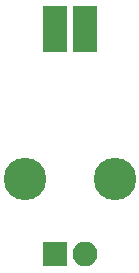
<source format=gbs>
G04 #@! TF.FileFunction,Soldermask,Bot*
%FSLAX46Y46*%
G04 Gerber Fmt 4.6, Leading zero omitted, Abs format (unit mm)*
G04 Created by KiCad (PCBNEW 4.0.7) date 05/14/18 11:13:13*
%MOMM*%
%LPD*%
G01*
G04 APERTURE LIST*
%ADD10C,0.100000*%
%ADD11C,3.600000*%
%ADD12R,2.150000X3.900000*%
%ADD13R,2.100000X2.100000*%
%ADD14O,2.100000X2.100000*%
G04 APERTURE END LIST*
D10*
D11*
X140970000Y-97790000D03*
D12*
X143510000Y-85090000D03*
X146050000Y-85090000D03*
D13*
X143510000Y-104140000D03*
D14*
X146050000Y-104140000D03*
D11*
X148590000Y-97790000D03*
M02*

</source>
